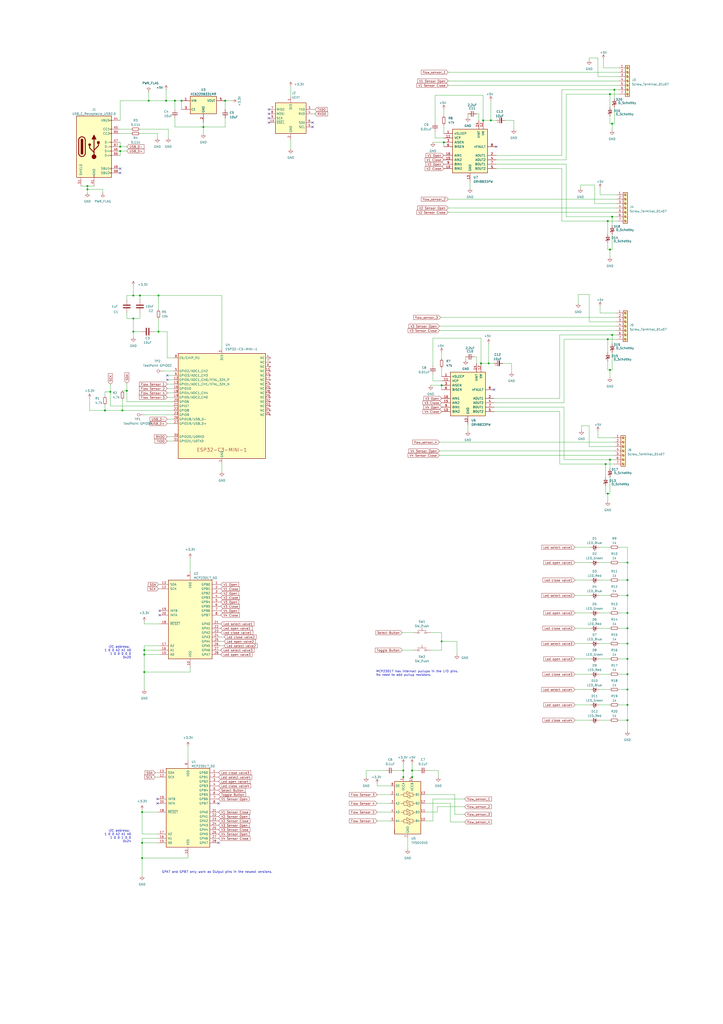
<source format=kicad_sch>
(kicad_sch (version 20230121) (generator eeschema)
  (paper "A2" portrait)
  (title_block (title "Water-Valve 4x Manifold Driver") (date "2023-02-08") (rev "0"))
  (junction (at 353.06 196.85))
  (junction (at 364.49 400.05))
  (junction (at 355.6 125.73))
  (junction (at 353.06 286.385))
  (junction (at 364.49 391.16))
  (junction (at 364.49 408.94))
  (junction (at 364.49 364.49))
  (junction (at 280.67 69.85))
  (junction (at 279.4 210.82))
  (junction (at 364.49 345.44))
  (junction (at 354.33 266.7))
  (junction (at 118.11 73.66))
  (junction (at 101.6 58.42))
  (junction (at 234.315 450.85))
  (junction (at 257.81 82.55))
  (junction (at 82.55 497.84))
  (junction (at 354.33 214.63))
  (junction (at 77.47 192.405))
  (junction (at 130.81 58.42))
  (junction (at 355.6 194.31))
  (junction (at 73.66 226.695))
  (junction (at 364.49 417.83))
  (junction (at 354.33 144.78))
  (junction (at 234.315 447.04))
  (junction (at 256.54 372.11))
  (junction (at 364.49 382.27))
  (junction (at 256.54 223.52))
  (junction (at 105.41 58.42))
  (junction (at 96.52 58.42))
  (junction (at 92.075 192.405))
  (junction (at 239.395 450.85))
  (junction (at 50.8 109.855))
  (junction (at 364.49 373.38))
  (junction (at 77.47 171.45))
  (junction (at 351.79 269.24))
  (junction (at 81.28 171.45))
  (junction (at 364.49 355.6))
  (junction (at 355.6 71.755))
  (junction (at 60.96 238.125))
  (junction (at 69.85 85.09))
  (junction (at 353.06 128.27))
  (junction (at 83.82 389.89))
  (junction (at 239.395 447.04))
  (junction (at 356.87 52.07))
  (junction (at 64.135 227.33))
  (junction (at 82.55 488.95))
  (junction (at 83.82 377.19))
  (junction (at 69.85 87.63))
  (junction (at 83.82 379.73))
  (junction (at 82.55 471.17))
  (junction (at 285.115 69.85))
  (junction (at 92.075 171.45))
  (junction (at 364.49 326.39))
  (junction (at 283.845 210.82))
  (junction (at 77.47 184.785))
  (junction (at 364.49 336.55))
  (junction (at 71.12 238.125))
  (junction (at 86.36 58.42))
  (junction (at 354.33 54.61))
  (junction (at 50.8 107.95))
  (no_connect (at 97.155 217.805))
  (no_connect (at 91.44 466.09))
  (no_connect (at 288.29 85.09))
  (no_connect (at 92.71 354.33))
  (no_connect (at 181.61 73.66))
  (no_connect (at 156.21 68.58))
  (no_connect (at 287.02 226.06))
  (no_connect (at 91.44 463.55))
  (no_connect (at 69.85 100.33))
  (no_connect (at 69.85 97.79))
  (no_connect (at 181.61 71.12))
  (no_connect (at 127 488.95))
  (no_connect (at 156.21 63.5))
  (no_connect (at 97.155 220.345))
  (no_connect (at 92.71 356.87))
  (no_connect (at 156.21 66.04))
  (no_connect (at 127 466.09))
  (no_connect (at 156.21 71.12))
  (wire (pts (xy 77.47 184.785) (xy 81.28 184.785)))
  (wire (pts (xy 334.01 336.55) (xy 342.9 336.55)))
  (wire (pts (xy 354.33 54.61) (xy 359.41 54.61)))
  (wire (pts (xy 265.43 372.11) (xy 265.43 379.73)))
  (wire (pts (xy 60.96 227.33) (xy 64.135 227.33)))
  (wire (pts (xy 271.78 67.945) (xy 271.78 66.04)))
  (wire (pts (xy 101.6 68.58) (xy 101.6 73.66)))
  (wire (pts (xy 92.075 192.405) (xy 97.155 192.405)))
  (wire (pts (xy 327.66 196.85) (xy 353.06 196.85)))
  (wire (pts (xy 283.845 199.39) (xy 283.845 210.82)))
  (wire (pts (xy 97.155 222.885) (xy 100.965 222.885)))
  (wire (pts (xy 226.695 455.93) (xy 219.075 455.93)))
  (wire (pts (xy 355.6 71.755) (xy 355.6 75.565)))
  (wire (pts (xy 347.98 364.49) (xy 354.33 364.49)))
  (wire (pts (xy 364.49 400.05) (xy 364.49 408.94)))
  (wire (pts (xy 83.82 389.89) (xy 83.82 400.05)))
  (wire (pts (xy 283.845 210.82) (xy 279.4 210.82)))
  (wire (pts (xy 287.02 231.14) (xy 325.12 231.14)))
  (wire (pts (xy 60.96 234.95) (xy 60.96 238.125)))
  (wire (pts (xy 251.46 217.17) (xy 251.46 220.98)))
  (wire (pts (xy 71.12 238.125) (xy 100.965 238.125)))
  (wire (pts (xy 354.33 276.86) (xy 354.33 286.385)))
  (wire (pts (xy 334.01 345.44) (xy 342.9 345.44)))
  (wire (pts (xy 347.98 400.05) (xy 354.33 400.05)))
  (wire (pts (xy 181.61 63.5) (xy 182.88 63.5)))
  (wire (pts (xy 118.11 71.12) (xy 118.11 73.66)))
  (wire (pts (xy 270.51 207.01) (xy 270.51 208.915)))
  (wire (pts (xy 359.41 326.39) (xy 364.49 326.39)))
  (wire (pts (xy 364.49 336.55) (xy 364.49 345.44)))
  (wire (pts (xy 364.49 382.27) (xy 364.49 391.16)))
  (wire (pts (xy 92.71 361.95) (xy 83.82 361.95)))
  (wire (pts (xy 234.315 443.23) (xy 234.315 447.04)))
  (wire (pts (xy 345.44 118.11) (xy 358.14 118.11)))
  (wire (pts (xy 334.01 373.38) (xy 342.9 373.38)))
  (wire (pts (xy 110.49 389.89) (xy 110.49 387.35)))
  (wire (pts (xy 354.33 67.31) (xy 354.33 71.755)))
  (wire (pts (xy 118.11 73.66) (xy 118.11 77.47)))
  (wire (pts (xy 353.06 209.55) (xy 353.06 214.63)))
  (wire (pts (xy 69.85 85.09) (xy 73.66 85.09)))
  (wire (pts (xy 355.6 194.31) (xy 358.14 194.31)))
  (wire (pts (xy 69.85 77.47) (xy 76.2 77.47)))
  (wire (pts (xy 46.99 107.95) (xy 50.8 107.95)))
  (wire (pts (xy 342.9 382.27) (xy 334.01 382.27)))
  (wire (pts (xy 69.85 87.63) (xy 69.85 90.17)))
  (wire (pts (xy 59.69 109.855) (xy 50.8 109.855)))
  (wire (pts (xy 250.19 367.03) (xy 256.54 367.03)))
  (wire (pts (xy 82.55 483.87) (xy 91.44 483.87)))
  (wire (pts (xy 347.98 373.38) (xy 354.33 373.38)))
  (wire (pts (xy 359.41 400.05) (xy 364.49 400.05)))
  (wire (pts (xy 52.07 238.125) (xy 60.96 238.125)))
  (wire (pts (xy 81.28 173.99) (xy 81.28 171.45)))
  (wire (pts (xy 82.55 486.41) (xy 82.55 488.95)))
  (wire (pts (xy 95.25 215.265) (xy 100.965 215.265)))
  (wire (pts (xy 255.27 264.16) (xy 356.87 264.16)))
  (wire (pts (xy 239.395 450.85) (xy 239.395 452.12)))
  (wire (pts (xy 82.55 471.17) (xy 91.44 471.17)))
  (wire (pts (xy 77.47 171.45) (xy 73.66 171.45)))
  (wire (pts (xy 219.075 461.01) (xy 226.695 461.01)))
  (wire (pts (xy 73.66 222.25) (xy 73.66 226.695)))
  (wire (pts (xy 364.49 417.83) (xy 364.49 424.18)))
  (wire (pts (xy 328.93 95.25) (xy 328.93 125.73)))
  (wire (pts (xy 77.47 192.405) (xy 77.47 195.58)))
  (wire (pts (xy 77.47 171.45) (xy 81.28 171.45)))
  (wire (pts (xy 356.87 52.07) (xy 356.87 57.15)))
  (wire (pts (xy 60.96 238.125) (xy 71.12 238.125)))
  (wire (pts (xy 261.62 476.885) (xy 269.875 476.885)))
  (wire (pts (xy 256.54 204.47) (xy 256.54 208.28)))
  (wire (pts (xy 347.98 391.16) (xy 354.33 391.16)))
  (wire (pts (xy 130.175 374.65) (xy 128.27 374.65)))
  (wire (pts (xy 130.81 58.42) (xy 134.62 58.42)))
  (wire (pts (xy 334.01 391.16) (xy 342.9 391.16)))
  (wire (pts (xy 92.075 171.45) (xy 92.075 179.705)))
  (wire (pts (xy 97.155 207.645) (xy 97.155 192.405)))
  (wire (pts (xy 364.49 417.83) (xy 359.41 417.83)))
  (wire (pts (xy 83.82 389.89) (xy 110.49 389.89)))
  (wire (pts (xy 128.905 268.605) (xy 128.905 273.685)))
  (wire (pts (xy 81.28 171.45) (xy 92.075 171.45)))
  (wire (pts (xy 101.6 58.42) (xy 105.41 58.42)))
  (wire (pts (xy 283.845 210.82) (xy 287.02 210.82)))
  (wire (pts (xy 83.82 379.73) (xy 92.71 379.73)))
  (wire (pts (xy 92.075 171.45) (xy 128.905 171.45)))
  (wire (pts (xy 73.66 173.99) (xy 73.66 171.45)))
  (wire (pts (xy 355.6 204.47) (xy 355.6 214.63)))
  (wire (pts (xy 233.68 377.19) (xy 240.03 377.19)))
  (wire (pts (xy 89.535 192.405) (xy 92.075 192.405)))
  (wire (pts (xy 355.6 194.31) (xy 355.6 199.39)))
  (wire (pts (xy 342.265 186.69) (xy 342.265 170.815)))
  (wire (pts (xy 297.18 210.82) (xy 297.18 215.9)))
  (wire (pts (xy 77.47 165.735) (xy 77.47 171.45)))
  (wire (pts (xy 86.36 58.42) (xy 96.52 58.42)))
  (wire (pts (xy 82.55 497.84) (xy 109.22 497.84)))
  (wire (pts (xy 252.73 55.245) (xy 252.73 71.12)))
  (wire (pts (xy 348.615 181.61) (xy 358.14 181.61)))
  (wire (pts (xy 354.33 144.78) (xy 354.33 149.225)))
  (wire (pts (xy 287.02 236.22) (xy 327.66 236.22)))
  (wire (pts (xy 287.02 233.68) (xy 327.66 233.68)))
  (wire (pts (xy 354.33 266.7) (xy 356.87 266.7)))
  (wire (pts (xy 250.19 377.19) (xy 256.54 377.19)))
  (wire (pts (xy 261.62 466.09) (xy 261.62 476.885)))
  (wire (pts (xy 59.69 111.76) (xy 59.69 109.855)))
  (wire (pts (xy 326.39 52.07) (xy 356.87 52.07)))
  (wire (pts (xy 356.87 259.08) (xy 342.265 259.08)))
  (wire (pts (xy 233.68 367.03) (xy 240.03 367.03)))
  (wire (pts (xy 342.265 170.815) (xy 335.915 170.815)))
  (wire (pts (xy 256.54 372.11) (xy 256.54 377.19)))
  (wire (pts (xy 101.6 73.66) (xy 118.11 73.66)))
  (wire (pts (xy 364.49 391.16) (xy 364.49 400.05)))
  (wire (pts (xy 239.395 443.23) (xy 239.395 447.04)))
  (wire (pts (xy 359.41 364.49) (xy 364.49 364.49)))
  (wire (pts (xy 293.37 69.85) (xy 298.45 69.85)))
  (wire (pts (xy 255.905 184.15) (xy 358.14 184.15)))
  (wire (pts (xy 347.345 250.19) (xy 347.345 254)))
  (wire (pts (xy 90.17 450.85) (xy 91.44 450.85)))
  (wire (pts (xy 334.01 400.05) (xy 342.9 400.05)))
  (wire (pts (xy 97.155 220.345) (xy 100.965 220.345)))
  (wire (pts (xy 247.015 461.01) (xy 264.16 461.01)))
  (wire (pts (xy 77.47 184.785) (xy 77.47 192.405)))
  (wire (pts (xy 97.155 230.505) (xy 100.965 230.505)))
  (wire (pts (xy 347.98 382.27) (xy 354.33 382.27)))
  (wire (pts (xy 109.22 497.84) (xy 109.22 496.57)))
  (wire (pts (xy 255.27 189.23) (xy 358.14 189.23)))
  (wire (pts (xy 356.87 52.07) (xy 359.41 52.07)))
  (wire (pts (xy 347.345 44.45) (xy 359.41 44.45)))
  (wire (pts (xy 358.14 186.69) (xy 342.265 186.69)))
  (wire (pts (xy 109.22 433.07) (xy 109.22 440.69)))
  (wire (pts (xy 280.67 55.245) (xy 280.67 69.85)))
  (wire (pts (xy 354.33 214.63) (xy 353.06 214.63)))
  (wire (pts (xy 105.41 58.42) (xy 105.41 63.5)))
  (wire (pts (xy 351.79 269.24) (xy 356.87 269.24)))
  (wire (pts (xy 351.79 269.24) (xy 351.79 276.86)))
  (wire (pts (xy 273.05 105.41) (xy 273.05 109.22)))
  (wire (pts (xy 91.44 77.47) (xy 81.28 77.47)))
  (wire (pts (xy 364.49 355.6) (xy 364.49 364.49)))
  (wire (pts (xy 256.54 372.11) (xy 265.43 372.11)))
  (wire (pts (xy 276.86 210.82) (xy 276.86 207.01)))
  (wire (pts (xy 288.29 97.79) (xy 326.39 97.79)))
  (wire (pts (xy 97.155 217.805) (xy 100.965 217.805)))
  (wire (pts (xy 350.52 34.29) (xy 350.52 39.37)))
  (wire (pts (xy 275.59 207.01) (xy 276.86 207.01)))
  (wire (pts (xy 219.075 471.17) (xy 226.695 471.17)))
  (wire (pts (xy 254.635 450.85) (xy 254.635 447.04)))
  (wire (pts (xy 260.35 41.91) (xy 359.41 41.91)))
  (wire (pts (xy 354.33 214.63) (xy 355.6 214.63)))
  (wire (pts (xy 255.27 256.54) (xy 356.87 256.54)))
  (wire (pts (xy 60.96 227.33) (xy 60.96 229.87)))
  (wire (pts (xy 354.33 144.78) (xy 353.06 144.78)))
  (wire (pts (xy 118.11 73.66) (xy 130.81 73.66)))
  (wire (pts (xy 71.12 231.775) (xy 71.12 238.125)))
  (wire (pts (xy 96.52 58.42) (xy 101.6 58.42)))
  (wire (pts (xy 364.49 382.27) (xy 359.41 382.27)))
  (wire (pts (xy 71.12 226.695) (xy 73.66 226.695)))
  (wire (pts (xy 359.41 345.44) (xy 364.49 345.44)))
  (wire (pts (xy 254 471.17) (xy 247.015 471.17)))
  (wire (pts (xy 50.8 109.855) (xy 50.8 107.95)))
  (wire (pts (xy 168.91 81.28) (xy 168.91 86.36)))
  (wire (pts (xy 298.45 69.85) (xy 298.45 74.93)))
  (wire (pts (xy 255.27 261.62) (xy 356.87 261.62)))
  (wire (pts (xy 64.135 227.33) (xy 64.135 235.585)))
  (wire (pts (xy 97.155 243.205) (xy 100.965 243.205)))
  (wire (pts (xy 347.345 33.655) (xy 347.345 44.45)))
  (wire (pts (xy 82.55 471.17) (xy 82.55 483.87)))
  (wire (pts (xy 255.27 191.77) (xy 358.14 191.77)))
  (wire (pts (xy 288.29 92.71) (xy 328.93 92.71)))
  (wire (pts (xy 271.78 246.38) (xy 271.78 250.19)))
  (wire (pts (xy 355.6 125.73) (xy 355.6 130.81)))
  (wire (pts (xy 73.66 233.045) (xy 100.965 233.045)))
  (wire (pts (xy 278.13 66.04) (xy 276.86 66.04)))
  (wire (pts (xy 97.155 227.965) (xy 100.965 227.965)))
  (wire (pts (xy 83.82 377.19) (xy 92.71 377.19)))
  (wire (pts (xy 92.075 341.63) (xy 92.71 341.63)))
  (wire (pts (xy 285.115 58.42) (xy 285.115 69.85)))
  (wire (pts (xy 97.155 245.745) (xy 100.965 245.745)))
  (wire (pts (xy 353.06 286.385) (xy 354.33 286.385)))
  (wire (pts (xy 257.81 63.5) (xy 257.81 67.31)))
  (wire (pts (xy 355.6 71.755) (xy 354.33 71.755)))
  (wire (pts (xy 219.075 455.93) (xy 219.075 454.66)))
  (wire (pts (xy 355.6 125.73) (xy 358.14 125.73)))
  (wire (pts (xy 359.41 408.94) (xy 364.49 408.94)))
  (wire (pts (xy 364.49 373.38) (xy 364.49 382.27)))
  (wire (pts (xy 257.81 80.01) (xy 252.73 80.01)))
  (wire (pts (xy 292.1 210.82) (xy 297.18 210.82)))
  (wire (pts (xy 347.98 345.44) (xy 354.33 345.44)))
  (wire (pts (xy 328.93 125.73) (xy 355.6 125.73)))
  (wire (pts (xy 73.66 226.695) (xy 73.66 233.045)))
  (wire (pts (xy 256.54 213.36) (xy 256.54 218.44)))
  (wire (pts (xy 328.93 54.61) (xy 354.33 54.61)))
  (wire (pts (xy 97.79 74.93) (xy 97.79 80.01)))
  (wire (pts (xy 101.6 58.42) (xy 101.6 63.5)))
  (wire (pts (xy 327.66 233.68) (xy 327.66 196.85)))
  (wire (pts (xy 168.91 50.165) (xy 168.91 55.88)))
  (wire (pts (xy 128.905 171.45) (xy 128.905 202.565)))
  (wire (pts (xy 97.155 253.365) (xy 100.965 253.365)))
  (wire (pts (xy 91.44 486.41) (xy 82.55 486.41)))
  (wire (pts (xy 251.46 463.55) (xy 269.875 463.55)))
  (wire (pts (xy 287.02 238.76) (xy 325.12 238.76)))
  (wire (pts (xy 236.855 486.41) (xy 236.855 492.76)))
  (wire (pts (xy 229.235 447.04) (xy 234.315 447.04)))
  (wire (pts (xy 83.82 377.19) (xy 83.82 379.73)))
  (wire (pts (xy 354.33 54.61) (xy 354.33 62.23)))
  (wire (pts (xy 260.35 115.57) (xy 358.14 115.57)))
  (wire (pts (xy 325.12 231.14) (xy 325.12 194.31)))
  (wire (pts (xy 69.85 58.42) (xy 86.36 58.42)))
  (wire (pts (xy 325.12 238.76) (xy 325.12 269.24)))
  (wire (pts (xy 285.115 69.85) (xy 280.67 69.85)))
  (wire (pts (xy 337.185 107.315) (xy 345.44 107.315)))
  (wire (pts (xy 83.82 379.73) (xy 83.82 389.89)))
  (wire (pts (xy 335.915 170.815) (xy 335.915 175.895)))
  (wire (pts (xy 92.075 339.09) (xy 92.71 339.09)))
  (wire (pts (xy 334.01 355.6) (xy 342.9 355.6)))
  (wire (pts (xy 347.98 417.83) (xy 354.33 417.83)))
  (wire (pts (xy 348.615 113.03) (xy 358.14 113.03)))
  (wire (pts (xy 50.8 107.95) (xy 54.61 107.95)))
  (wire (pts (xy 334.01 364.49) (xy 342.9 364.49)))
  (wire (pts (xy 364.49 326.39) (xy 364.49 336.55)))
  (wire (pts (xy 280.67 55.245) (xy 252.73 55.245)))
  (wire (pts (xy 353.06 196.85) (xy 358.14 196.85)))
  (wire (pts (xy 81.28 74.93) (xy 97.79 74.93)))
  (wire (pts (xy 128.27 369.57) (xy 130.175 369.57)))
  (wire (pts (xy 82.55 488.95) (xy 91.44 488.95)))
  (wire (pts (xy 254.635 447.04) (xy 248.285 447.04)))
  (wire (pts (xy 254 467.995) (xy 254 471.17)))
  (wire (pts (xy 97.155 225.425) (xy 100.965 225.425)))
  (wire (pts (xy 212.725 447.04) (xy 224.155 447.04)))
  (wire (pts (xy 257.81 72.39) (xy 257.81 77.47)))
  (wire (pts (xy 334.01 408.94) (xy 342.9 408.94)))
  (wire (pts (xy 86.36 53.34) (xy 86.36 58.42)))
  (wire (pts (xy 353.06 286.385) (xy 351.79 286.385)))
  (wire (pts (xy 264.16 472.44) (xy 269.875 472.44)))
  (wire (pts (xy 353.06 140.97) (xy 353.06 144.78)))
  (wire (pts (xy 278.13 66.04) (xy 278.13 69.85)))
  (wire (pts (xy 69.85 69.85) (xy 69.85 58.42)))
  (wire (pts (xy 252.73 76.2) (xy 252.73 80.01)))
  (wire (pts (xy 347.345 254) (xy 356.87 254)))
  (wire (pts (xy 97.155 255.905) (xy 100.965 255.905)))
  (wire (pts (xy 364.49 408.94) (xy 364.49 417.83)))
  (wire (pts (xy 260.35 120.65) (xy 358.14 120.65)))
  (wire (pts (xy 256.54 372.11) (xy 256.54 367.03)))
  (wire (pts (xy 128.27 372.11) (xy 130.175 372.11)))
  (wire (pts (xy 354.33 214.63) (xy 354.33 219.075)))
  (wire (pts (xy 260.35 46.99) (xy 359.41 46.99)))
  (wire (pts (xy 219.075 466.09) (xy 226.695 466.09)))
  (wire (pts (xy 82.55 497.84) (xy 82.55 508)))
  (wire (pts (xy 348.615 109.22) (xy 348.615 113.03)))
  (wire (pts (xy 250.19 223.52) (xy 256.54 223.52)))
  (wire (pts (xy 260.35 49.53) (xy 359.41 49.53)))
  (wire (pts (xy 327.66 236.22) (xy 327.66 266.7)))
  (wire (pts (xy 256.54 220.98) (xy 251.46 220.98)))
  (wire (pts (xy 256.54 223.52) (xy 256.54 226.06)))
  (wire (pts (xy 355.6 71.755) (xy 356.87 71.755)))
  (wire (pts (xy 239.395 447.04) (xy 239.395 450.85)))
  (wire (pts (xy 337.185 107.315) (xy 337.185 109.22)))
  (wire (pts (xy 345.44 107.315) (xy 345.44 118.11)))
  (wire (pts (xy 334.01 317.5) (xy 342.9 317.5)))
  (wire (pts (xy 73.66 181.61) (xy 73.66 184.785)))
  (wire (pts (xy 347.98 355.6) (xy 354.33 355.6)))
  (wire (pts (xy 348.615 177.8) (xy 348.615 181.61)))
  (wire (pts (xy 334.01 326.39) (xy 342.9 326.39)))
  (wire (pts (xy 350.52 39.37) (xy 359.41 39.37)))
  (wire (pts (xy 64.135 235.585) (xy 100.965 235.585)))
  (wire (pts (xy 342.265 259.08) (xy 342.265 247.015)))
  (wire (pts (xy 69.85 87.63) (xy 73.66 87.63)))
  (wire (pts (xy 325.12 269.24) (xy 351.79 269.24)))
  (wire (pts (xy 254 467.995) (xy 269.875 467.995)))
  (wire (pts (xy 264.16 461.01) (xy 264.16 472.44)))
  (wire (pts (xy 82.55 469.9) (xy 82.55 471.17)))
  (wire (pts (xy 64.135 222.885) (xy 64.135 227.33)))
  (wire (pts (xy 354.33 266.7) (xy 354.33 271.78)))
  (wire (pts (xy 247.015 466.09) (xy 261.62 466.09)))
  (wire (pts (xy 347.98 326.39) (xy 354.33 326.39)))
  (wire (pts (xy 356.87 62.23) (xy 356.87 71.755)))
  (wire (pts (xy 110.49 323.85) (xy 110.49 331.47)))
  (wire (pts (xy 326.39 97.79) (xy 326.39 128.27)))
  (wire (pts (xy 91.44 80.01) (xy 91.44 77.47)))
  (wire (pts (xy 100.965 207.645) (xy 97.155 207.645)))
  (wire (pts (xy 52.07 231.14) (xy 52.07 238.125)))
  (wire (pts (xy 359.41 355.6) (xy 364.49 355.6)))
  (wire (pts (xy 285.115 69.85) (xy 288.29 69.85)))
  (wire (pts (xy 69.85 82.55) (xy 69.85 85.09)))
  (wire (pts (xy 364.49 364.49) (xy 364.49 373.38)))
  (wire (pts (xy 347.98 408.94) (xy 354.33 408.94)))
  (wire (pts (xy 288.29 90.17) (xy 326.39 90.17)))
  (wire (pts (xy 353.06 128.27) (xy 358.14 128.27)))
  (wire (pts (xy 251.46 196.215) (xy 251.46 212.09)))
  (wire (pts (xy 239.395 447.04) (xy 243.205 447.04)))
  (wire (pts (xy 73.66 184.785) (xy 77.47 184.785)))
  (wire (pts (xy 288.29 95.25) (xy 328.93 95.25)))
  (wire (pts (xy 354.33 144.78) (xy 355.6 144.78)))
  (wire (pts (xy 130.81 68.58) (xy 130.81 73.66)))
  (wire (pts (xy 342.265 33.655) (xy 342.265 34.925)))
  (wire (pts (xy 77.47 192.405) (xy 81.915 192.405)))
  (wire (pts (xy 219.075 476.25) (xy 226.695 476.25)))
  (wire (pts (xy 50.8 111.76) (xy 50.8 109.855)))
  (wire (pts (xy 353.06 128.27) (xy 353.06 135.89)))
  (wire (pts (xy 83.82 361.95) (xy 83.82 360.68)))
  (wire (pts (xy 251.46 82.55) (xy 257.81 82.55)))
  (wire (pts (xy 83.82 240.665) (xy 100.965 240.665)))
  (wire (pts (xy 212.725 447.04) (xy 212.725 450.85)))
  (wire (pts (xy 82.55 488.95) (xy 82.55 497.84)))
  (wire (pts (xy 353.06 196.85) (xy 353.06 204.47)))
  (wire (pts (xy 81.28 181.61) (xy 81.28 184.785)))
  (wire (pts (xy 96.52 52.07) (xy 96.52 58.42)))
  (wire (pts (xy 181.61 66.04) (xy 182.88 66.04)))
  (wire (pts (xy 353.06 286.385) (xy 353.06 290.83)))
  (wire (pts (xy 327.66 266.7) (xy 354.33 266.7)))
  (wire (pts (xy 364.49 317.5) (xy 364.49 326.39)))
  (wire (pts (xy 83.82 374.65) (xy 92.71 374.65)))
  (wire (pts (xy 351.79 281.94) (xy 351.79 286.385)))
  (wire (pts (xy 347.98 336.55) (xy 354.33 336.55)))
  (wire (pts (xy 251.46 476.25) (xy 247.015 476.25)))
  (wire (pts (xy 325.12 194.31) (xy 355.6 194.31)))
  (wire (pts (xy 328.93 92.71) (xy 328.93 54.61)))
  (wire (pts (xy 90.17 448.31) (xy 91.44 448.31)))
  (wire (pts (xy 69.85 74.93) (xy 76.2 74.93)))
  (wire (pts (xy 334.01 417.83) (xy 342.9 417.83)))
  (wire (pts (xy 337.82 247.015) (xy 337.82 249.555)))
  (wire (pts (xy 359.41 391.16) (xy 364.49 391.16)))
  (wire (pts (xy 234.315 447.04) (xy 234.315 450.85)))
  (wire (pts (xy 342.265 33.655) (xy 347.345 33.655)))
  (wire (pts (xy 130.81 58.42) (xy 130.81 63.5)))
  (wire (pts (xy 92.075 184.785) (xy 92.075 192.405)))
  (wire (pts (xy 359.41 373.38) (xy 364.49 373.38)))
  (wire (pts (xy 279.4 196.215) (xy 279.4 210.82)))
  (wire (pts (xy 364.49 345.44) (xy 364.49 355.6)))
  (wire (pts (xy 279.4 196.215) (xy 251.46 196.215)))
  (wire (pts (xy 359.41 317.5) (xy 364.49 317.5)))
  (wire (pts (xy 326.39 90.17) (xy 326.39 52.07)))
  (wire (pts (xy 342.265 247.015) (xy 337.82 247.015)))
  (wire (pts (xy 355.6 135.89) (xy 355.6 144.78)))
  (wire (pts (xy 257.81 82.55) (xy 257.81 85.09)))
  (wire (pts (xy 347.98 317.5) (xy 354.33 317.5)))
  (wire (pts (xy 359.41 336.55) (xy 364.49 336.55)))
  (wire (pts (xy 83.82 374.65) (xy 83.82 377.19)))
  (wire (pts (xy 234.315 450.85) (xy 234.315 452.12)))
  (wire (pts (xy 251.46 463.55) (xy 251.46 476.25)))
  (wire (pts (xy 260.35 123.19) (xy 358.14 123.19)))
  (wire (pts (xy 326.39 128.27) (xy 353.06 128.27)))
  (text "GPA7 and GPB7 only work as Output pins in the newest versions. " (at 93.98 506.73 0) (effects (font (size 1.27 1.27)) (justify left bottom)))
  (text "I2C address: \n1 0 0 A2 A1 A0\n1 0 0 0 0 0\n0x20" (at 76.2 382.27 0) (effects (font (size 1.27 1.27)) (justify right bottom)))
  (text "I2C address: \n1 0 0 A2 A1 A0\n1 0 0 1 0 0\n0x24\n" (at 76.2 488.95 0) (effects (font (size 1.27 1.27)) (justify right bottom)))
  (text "MCP23017 has internall pullups in the I/O pins.\nNo need to add pullup resistors." (at 218.44 392.43 0) (effects (font (size 1.27 1.27)) (justify left bottom)))
  (global_label "SDA" (shape input) (at 92.075 339.09 180) (property "Intersheetrefs" "${INTERSHEET_REFS}" (effects hide)))
  (global_label "Led close valve1" (shape input) (at 128.27 367.03 0) (property "Intersheetrefs" "${INTERSHEET_REFS}" (effects hide)))
  (global_label "Led open valve3" (shape input) (at 128.27 379.73 0) (property "Intersheetrefs" "${INTERSHEET_REFS}" (effects hide)))
  (global_label "Flow Sensor 4" (shape input) (at 219.075 466.09 180) (property "Intersheetrefs" "${INTERSHEET_REFS}" (effects hide)))
  (global_label "Led close valve3" (shape input) (at 127 448.31 0) (property "Intersheetrefs" "${INTERSHEET_REFS}" (effects hide)))
  (global_label "USB_D+" (shape input) (at 73.66 87.63 0) (property "Intersheetrefs" "${INTERSHEET_REFS}" (effects hide)))
  (global_label "V2 Sensor Close" (shape input) (at 260.35 123.19 180) (property "Intersheetrefs" "${INTERSHEET_REFS}" (effects hide)))
  (global_label "V2 Sensor Open" (shape input) (at 260.35 120.65 180) (property "Intersheetrefs" "${INTERSHEET_REFS}" (effects hide)))
  (global_label "Flow Sensor 2" (shape input) (at 97.155 225.425 180) (property "Intersheetrefs" "${INTERSHEET_REFS}" (effects hide)))
  (global_label "V4 Open" (shape input) (at 256.54 236.22 180) (property "Intersheetrefs" "${INTERSHEET_REFS}" (effects hide)))
  (global_label "Flow Sensor 2" (shape input) (at 219.075 471.17 180) (property "Intersheetrefs" "${INTERSHEET_REFS}" (effects hide)))
  (global_label "V4 Open" (shape input) (at 128.27 354.33 0) (property "Intersheetrefs" "${INTERSHEET_REFS}" (effects hide)))
  (global_label "Toggle Button" (shape input) (at 233.68 377.19 180) (property "Intersheetrefs" "${INTERSHEET_REFS}" (effects hide)))
  (global_label "flow_sensor_2" (shape input) (at 260.35 115.57 180) (property "Intersheetrefs" "${INTERSHEET_REFS}" (effects hide)))
  (global_label "Led close valve3" (shape input) (at 334.01 391.16 180) (property "Intersheetrefs" "${INTERSHEET_REFS}" (effects hide)))
  (global_label "Led close valve1" (shape input) (at 334.01 336.55 180) (property "Intersheetrefs" "${INTERSHEET_REFS}" (effects hide)))
  (global_label "Led select valve4" (shape input) (at 334.01 400.05 180) (property "Intersheetrefs" "${INTERSHEET_REFS}" (effects hide)))
  (global_label "SCK" (shape input) (at 92.075 341.63 180) (property "Intersheetrefs" "${INTERSHEET_REFS}" (effects hide)))
  (global_label "USB_D-" (shape input) (at 73.66 85.09 0) (property "Intersheetrefs" "${INTERSHEET_REFS}" (effects hide)))
  (global_label "V4 Sensor Close" (shape input) (at 255.27 264.16 180) (property "Intersheetrefs" "${INTERSHEET_REFS}" (effects hide)))
  (global_label "V3 Close" (shape input) (at 256.54 233.68 180) (property "Intersheetrefs" "${INTERSHEET_REFS}" (effects hide)))
  (global_label "V2 Sensor Close" (shape input) (at 127 476.25 0) (property "Intersheetrefs" "${INTERSHEET_REFS}" (effects hide)))
  (global_label "flow_sensor_4" (shape input) (at 255.27 256.54 180) (property "Intersheetrefs" "${INTERSHEET_REFS}" (effects hide)))
  (global_label "Flow Sensor 1" (shape input) (at 97.155 222.885 180) (property "Intersheetrefs" "${INTERSHEET_REFS}" (effects hide)))
  (global_label "V4 Close" (shape input) (at 256.54 238.76 180) (property "Intersheetrefs" "${INTERSHEET_REFS}" (effects hide)))
  (global_label "V1 Sensor Close" (shape input) (at 127 471.17 0) (property "Intersheetrefs" "${INTERSHEET_REFS}" (effects hide)))
  (global_label "V3 Open" (shape input) (at 128.27 349.25 0) (property "Intersheetrefs" "${INTERSHEET_REFS}" (effects hide)))
  (global_label "Led open valve1" (shape input) (at 334.01 326.39 180) (property "Intersheetrefs" "${INTERSHEET_REFS}" (effects hide)))
  (global_label "Led close valve2" (shape input) (at 334.01 364.49 180) (property "Intersheetrefs" "${INTERSHEET_REFS}" (effects hide)))
  (global_label "flow_sensor_1" (shape input) (at 260.35 41.91 180) (property "Intersheetrefs" "${INTERSHEET_REFS}" (effects hide)))
  (global_label "V2 Close" (shape input) (at 257.81 97.79 180) (property "Intersheetrefs" "${INTERSHEET_REFS}" (effects hide)))
  (global_label "TXDO" (shape input) (at 97.155 255.905 180) (property "Intersheetrefs" "${INTERSHEET_REFS}" (effects hide)))
  (global_label "Led select valve4" (shape input) (at 127 450.85 0) (property "Intersheetrefs" "${INTERSHEET_REFS}" (effects hide)))
  (global_label "V3 Sensor Close" (shape input) (at 255.27 191.77 180) (property "Intersheetrefs" "${INTERSHEET_REFS}" (effects hide)))
  (global_label "V3 Sensor Open" (shape input) (at 127 478.79 0) (property "Intersheetrefs" "${INTERSHEET_REFS}" (effects hide)))
  (global_label "V3 Sensor Open" (shape input) (at 255.27 189.23 180) (property "Intersheetrefs" "${INTERSHEET_REFS}" (effects hide)))
  (global_label "Led select valve1" (shape input) (at 334.01 317.5 180) (property "Intersheetrefs" "${INTERSHEET_REFS}" (effects hide)))
  (global_label "Flow Sensor 1" (shape input) (at 219.075 476.25 180) (property "Intersheetrefs" "${INTERSHEET_REFS}" (effects hide)))
  (global_label "Led select valve2" (shape input) (at 130.175 374.65 0) (property "Intersheetrefs" "${INTERSHEET_REFS}" (effects hide)))
  (global_label "Led open valve2" (shape input) (at 130.175 372.11 0) (property "Intersheetrefs" "${INTERSHEET_REFS}" (effects hide)))
  (global_label "Led close valve4" (shape input) (at 334.01 417.83 180) (property "Intersheetrefs" "${INTERSHEET_REFS}" (effects hide)))
  (global_label "V4 Close" (shape input) (at 128.27 356.87 0) (property "Intersheetrefs" "${INTERSHEET_REFS}" (effects hide)))
  (global_label "Led close valve2" (shape input) (at 130.175 369.57 0) (property "Intersheetrefs" "${INTERSHEET_REFS}" (effects hide)))
  (global_label "flow_sensor_1" (shape input) (at 269.875 463.55 0) (property "Intersheetrefs" "${INTERSHEET_REFS}" (effects hide)))
  (global_label "SDA" (shape input) (at 90.17 448.31 180) (property "Intersheetrefs" "${INTERSHEET_REFS}" (effects hide)))
  (global_label "Flow Sensor 3" (shape input) (at 97.155 230.505 180) (property "Intersheetrefs" "${INTERSHEET_REFS}" (effects hide)))
  (global_label "SCK" (shape input) (at 64.135 222.885 90) (property "Intersheetrefs" "${INTERSHEET_REFS}" (effects hide)))
  (global_label "RXDO" (shape input) (at 182.88 66.04 0) (property "Intersheetrefs" "${INTERSHEET_REFS}" (effects hide)))
  (global_label "V4 Sensor Close" (shape input) (at 127 486.41 0) (property "Intersheetrefs" "${INTERSHEET_REFS}" (effects hide)))
  (global_label "V2 Open" (shape input) (at 128.27 344.17 0) (property "Intersheetrefs" "${INTERSHEET_REFS}" (effects hide)))
  (global_label "Led select valve1" (shape input) (at 128.27 361.95 0) (property "Intersheetrefs" "${INTERSHEET_REFS}" (effects hide)))
  (global_label "V3 Sensor Close" (shape input) (at 127 481.33 0) (property "Intersheetrefs" "${INTERSHEET_REFS}" (effects hide)))
  (global_label "Select Button" (shape input) (at 233.68 367.03 180) (property "Intersheetrefs" "${INTERSHEET_REFS}" (effects hide)))
  (global_label "V2 Close" (shape input) (at 128.27 346.71 0) (property "Intersheetrefs" "${INTERSHEET_REFS}" (effects hide)))
  (global_label "V1 Sensor Open" (shape input) (at 127 463.55 0) (property "Intersheetrefs" "${INTERSHEET_REFS}" (effects hide)))
  (global_label "V1 Open" (shape input) (at 257.81 90.17 180) (property "Intersheetrefs" "${INTERSHEET_REFS}" (effects hide)))
  (global_label "Led open valve4" (shape input) (at 127 453.39 0) (property "Intersheetrefs" "${INTERSHEET_REFS}" (effects hide)))
  (global_label "USB_D-" (shape input) (at 97.155 243.205 180) (property "Intersheetrefs" "${INTERSHEET_REFS}" (effects hide)))
  (global_label "V1 Sensor Close" (shape input) (at 260.35 49.53 180) (property "Intersheetrefs" "${INTERSHEET_REFS}" (effects hide)))
  (global_label "RXDO" (shape input) (at 97.155 253.365 180) (property "Intersheetrefs" "${INTERSHEET_REFS}" (effects hide)))
  (global_label "Flow Sensor 3" (shape input) (at 219.075 461.01 180) (property "Intersheetrefs" "${INTERSHEET_REFS}" (effects hide)))
  (global_label "SCK" (shape input) (at 90.17 450.85 180) (property "Intersheetrefs" "${INTERSHEET_REFS}" (effects hide)))
  (global_label "V3 Open" (shape input) (at 256.54 231.14 180) (property "Intersheetrefs" "${INTERSHEET_REFS}" (effects hide)))
  (global_label "V1 Sensor Open" (shape input) (at 260.35 46.99 180) (property "Intersheetrefs" "${INTERSHEET_REFS}" (effects hide)))
  (global_label "V4 Sensor Open" (shape input) (at 127 483.87 0) (property "Intersheetrefs" "${INTERSHEET_REFS}" (effects hide)))
  (global_label "USB_D+" (shape input) (at 97.155 245.745 180) (property "Intersheetrefs" "${INTERSHEET_REFS}" (effects hide)))
  (global_label "Led close valve4" (shape input) (at 127 455.93 0) (property "Intersheetrefs" "${INTERSHEET_REFS}" (effects hide)))
  (global_label "Led open valve3" (shape input) (at 334.01 382.27 180) (property "Intersheetrefs" "${INTERSHEET_REFS}" (effects hide)))
  (global_label "V1 Close" (shape input) (at 257.81 92.71 180) (property "Intersheetrefs" "${INTERSHEET_REFS}" (effects hide)))
  (global_label "Led open valve1" (shape input) (at 128.27 364.49 0) (property "Intersheetrefs" "${INTERSHEET_REFS}" (effects hide)))
  (global_label "Led select valve3" (shape input) (at 334.01 373.38 180) (property "Intersheetrefs" "${INTERSHEET_REFS}" (effects hide)))
  (global_label "SDA" (shape input) (at 73.66 222.25 90) (property "Intersheetrefs" "${INTERSHEET_REFS}" (effects hide)))
  (global_label "Led select valve3" (shape input) (at 128.27 377.19 0) (property "Intersheetrefs" "${INTERSHEET_REFS}" (effects hide)))
  (global_label "flow_sensor_3" (shape input) (at 269.875 472.44 0) (property "Intersheetrefs" "${INTERSHEET_REFS}" (effects hide)))
  (global_label "Select Button" (shape input) (at 127 458.47 0) (property "Intersheetrefs" "${INTERSHEET_REFS}" (effects hide)))
  (global_label "flow_sensor_3" (shape input) (at 255.905 184.15 180) (property "Intersheetrefs" "${INTERSHEET_REFS}" (effects hide)))
  (global_label "TXDO" (shape input) (at 182.88 63.5 0) (property "Intersheetrefs" "${INTERSHEET_REFS}" (effects hide)))
  (global_label "Toggle Button" (shape input) (at 127 461.01 0) (property "Intersheetrefs" "${INTERSHEET_REFS}" (effects hide)))
  (global_label "V4 Sensor Open" (shape input) (at 255.27 261.62 180) (property "Intersheetrefs" "${INTERSHEET_REFS}" (effects hide)))
  (global_label "flow_sensor_4" (shape input) (at 269.875 476.885 0) (property "Intersheetrefs" "${INTERSHEET_REFS}" (effects hide)))
  (global_label "Led open valve2" (shape input) (at 334.01 355.6 180) (property "Intersheetrefs" "${INTERSHEET_REFS}" (effects hide)))
  (global_label "V1 Close" (shape input) (at 128.27 341.63 0) (property "Intersheetrefs" "${INTERSHEET_REFS}" (effects hide)))
  (global_label "Flow Sensor 4" (shape input) (at 97.155 227.965 180) (property "Intersheetrefs" "${INTERSHEET_REFS}" (effects hide)))
  (global_label "Led open valve4" (shape input) (at 334.01 408.94 180) (property "Intersheetrefs" "${INTERSHEET_REFS}" (effects hide)))
  (global_label "V3 Close" (shape input) (at 128.27 351.79 0) (property "Intersheetrefs" "${INTERSHEET_REFS}" (effects hide)))
  (global_label "V1 Open" (shape input) (at 128.27 339.09 0) (property "Intersheetrefs" "${INTERSHEET_REFS}" (effects hide)))
  (global_label "V2 Open" (shape input) (at 257.81 95.25 180) (property "Intersheetrefs" "${INTERSHEET_REFS}" (effects hide)))
  (global_label "V2 Sensor Open" (shape input) (at 127 473.71 0) (property "Intersheetrefs" "${INTERSHEET_REFS}" (effects hide)))
  (global_label "Led select valve2" (shape input) (at 334.01 345.44 180) (property "Intersheetrefs" "${INTERSHEET_REFS}" (effects hide)))
  (global_label "flow_sensor_2" (shape input) (at 269.875 467.995 0) (property "Intersheetrefs" "${INTERSHEET_REFS}" (effects hide)))
  (symbol (lib_id "Device:LED_Small") (at 345.44 408.94 180) (unit 1)
    (property "Reference" "D11" (at 345.3765 403.86 0))
    (property "Value" "LED_Green" (at 345.3765 406.4 0))
    (property "Footprint" "LED_SMD:LED_1206_3216Metric" (effects hide))
  )
  (symbol (lib_id "power:GND") (at 271.78 67.945 0) (unit 1)
    (property "Reference" "#PWR030" (effects hide))
    (property "Value" "GND" (at 271.78 73.025 0))
  )
  (symbol (lib_id "power:GND") (at 273.05 109.22 0) (unit 1)
    (property "Reference" "#PWR032" (effects hide))
    (property "Value" "GND" (at 273.05 114.3 0))
  )
  (symbol (lib_id "Device:R_Small") (at 356.87 317.5 90) (unit 1)
    (property "Reference" "R9" (at 356.87 312.42 90))
    (property "Value" "1k" (at 356.87 314.96 90))
    (property "Footprint" "Resistor_SMD:R_0603_1608Metric" (effects hide))
  )
  (symbol (lib_id "Connector:UEXT_Host") (at 168.91 68.58 0) (mirror y) (unit 1)
    (property "Reference" "J2" (at 169.4306 53.975 0) (effects (justify right)))
    (property "Value" "UEXT" (at 169.4306 56.515 0) (effects (justify right)))
    (property "Footprint" "Connector_JST:JST_EH_S4B-EH_1x04_P2.50mm_Horizontal" (effects hide))
    (property "Datasheet" "https://www.olimex.com/Products/Modules/UEXT/resources/UEXT_rev_B.pdf" (effects hide))
  )
  (symbol (lib_id "power:+5V") (at 257.81 63.5 0) (unit 1)
    (property "Reference" "#PWR027" (effects hide))
    (property "Value" "+5V" (at 257.175 59.69 0))
  )
  (symbol (lib_id "power:GND") (at 354.33 219.075 0) (unit 1)
    (property "Reference" "#PWR043" (effects hide))
    (property "Value" "GND" (at 354.33 224.155 0))
  )
  (symbol (lib_id "power:+5V") (at 285.115 58.42 0) (unit 1)
    (property "Reference" "#PWR034" (effects hide))
    (property "Value" "+5V" (at 284.48 54.61 0))
  )
  (symbol (lib_id "Device:LED_Small") (at 345.44 355.6 180) (unit 1)
    (property "Reference" "D5" (at 345.3765 350.52 0))
    (property "Value" "LED_Green" (at 345.3765 353.06 0))
    (property "Footprint" "LED_SMD:LED_1206_3216Metric" (effects hide))
  )
  (symbol (lib_id "power:GND") (at 254.635 450.85 0) (unit 1)
    (property "Reference" "#PWR025" (effects hide))
    (property "Value" "GND" (at 254.635 455.93 0))
  )
  (symbol (lib_id "power:PWR_FLAG") (at 59.69 111.76 180) (unit 1)
    (property "Reference" "#FLG01" (effects hide))
    (property "Value" "PWR_FLAG" (at 59.69 116.84 0))
  )
  (symbol (lib_id "Device:C_Small") (at 273.05 207.01 270) (unit 1)
    (property "Reference" "C10" (at 273.05 203.835 90))
    (property "Value" "2.2uF" (at 273.05 201.93 90))
    (property "Footprint" "Capacitor_SMD:C_0603_1608Metric" (effects hide))
  )
  (symbol (lib_id "Device:R_Small") (at 92.075 182.245 0) (unit 1)
    (property "Reference" "R5" (at 93.98 180.9749 0) (effects (justify left)))
    (property "Value" "10k" (at 93.98 183.5149 0) (effects (justify left)))
    (property "Footprint" "Resistor_SMD:R_0603_1608Metric" (effects hide))
  )
  (symbol (lib_id "power:GND") (at 251.46 82.55 0) (unit 1)
    (property "Reference" "#PWR024" (effects hide))
    (property "Value" "GND" (at 251.46 87.63 0))
  )
  (symbol (lib_id "Device:LED_Small") (at 345.44 391.16 180) (unit 1)
    (property "Reference" "D9" (at 345.3765 386.08 0))
    (property "Value" "LED_Red" (at 345.3765 388.62 0))
    (property "Footprint" "LED_SMD:LED_1206_3216Metric" (effects hide))
  )
  (symbol (lib_id "Connector:Screw_Terminal_01x07") (at 363.22 189.23 0) (unit 1)
    (property "Reference" "J5" (at 365.76 188.595 0) (effects (justify left)))
    (property "Value" "Screw_Terminal_01x07" (at 365.76 191.135 0) (effects (justify left)))
    (property "Footprint" "TerminalBlock_Phoenix:TerminalBlock_Phoenix_MKDS-1,5-7-5.08_1x07_P5.08mm_Horizontal" (effects hide))
  )
  (symbol (lib_id "power:GND") (at 337.82 249.555 0) (unit 1)
    (property "Reference" "#PWR046" (effects hide))
    (property "Value" "GND" (at 337.82 254.635 0))
  )
  (symbol (lib_id "Device:LED_Small") (at 345.44 400.05 180) (unit 1)
    (property "Reference" "D10" (at 345.3765 394.97 0))
    (property "Value" "LED_Blue" (at 345.3765 397.51 0))
    (property "Footprint" "LED_SMD:LED_1206_3216Metric" (effects hide))
  )
  (symbol (lib_id "Driver_Motor:DRV8833PW") (at 271.78 228.6 0) (unit 1)
    (property "Reference" "U6" (at 273.7359 243.84 0) (effects (justify left)))
    (property "Value" "DRV8833PW" (at 273.7359 246.38 0) (effects (justify left)))
    (property "Footprint" "Package_SO:TSSOP-16_4.4x5mm_P0.65mm" (effects hide))
    (property "Datasheet" "http://www.ti.com/lit/ds/symlink/drv8833.pdf" (effects hide))
  )
  (symbol (lib_id "Device:R_Small") (at 356.87 382.27 90) (unit 1)
    (property "Reference" "R16" (at 356.87 377.19 90))
    (property "Value" "1k" (at 356.87 379.73 90))
    (property "Footprint" "Resistor_SMD:R_0603_1608Metric" (effects hide))
  )
  (symbol (lib_id "power:GND") (at 337.185 109.22 0) (unit 1)
    (property "Reference" "#PWR047" (effects hide))
    (property "Value" "GND" (at 337.185 114.3 0))
  )
  (symbol (lib_id "Device:C_Polarized_Small") (at 289.56 210.82 90) (unit 1)
    (property "Reference" "C12" (at 289.0139 205.74 90))
    (property "Value" "10uF" (at 289.0139 208.28 90))
    (property "Footprint" "Capacitor_SMD:C_0603_1608Metric" (effects hide))
  )
  (symbol (lib_id "Device:LED_Small") (at 345.44 317.5 180) (unit 1)
    (property "Reference" "D1" (at 345.3765 312.42 0))
    (property "Value" "LED_Blue" (at 345.3765 314.96 0))
    (property "Footprint" "LED_SMD:LED_1206_3216Metric" (effects hide))
  )
  (symbol (lib_id "Connector:TestPoint") (at 95.25 215.265 90) (unit 1)
    (property "Reference" "TP2" (at 91.44 209.55 90))
    (property "Value" "TestPoint GPIO02" (at 91.44 212.09 90))
    (property "Footprint" "TestPoint:TestPoint_Pad_D2.0mm" (effects hide))
  )
  (symbol (lib_id "Device:R_Small") (at 356.87 408.94 90) (unit 1)
    (property "Reference" "R19" (at 356.87 403.86 90))
    (property "Value" "1k" (at 356.87 406.4 90))
    (property "Footprint" "Resistor_SMD:R_0603_1608Metric" (effects hide))
  )
  (symbol (lib_id "power:GND") (at 77.47 195.58 0) (unit 1)
    (property "Reference" "#PWR04" (effects hide))
    (property "Value" "GND" (at 77.47 200.66 0))
  )
  (symbol (lib_id "power:GND") (at 83.82 400.05 0) (unit 1)
    (property "Reference" "#PWR08" (effects hide))
    (property "Value" "GND" (at 83.82 405.13 0))
  )
  (symbol (lib_id "power:GND") (at 250.19 223.52 0) (unit 1)
    (property "Reference" "#PWR023" (effects hide))
    (property "Value" "GND" (at 250.19 228.6 0))
  )
  (symbol (lib_id "power:GND") (at 354.33 149.225 0) (unit 1)
    (property "Reference" "#PWR042" (effects hide))
    (property "Value" "GND" (at 354.33 154.305 0))
  )
  (symbol (lib_id "Device:D_Schottky_Small") (at 353.06 207.01 90) (unit 1)
    (property "Reference" "D15" (at 359.1326 206.5308 90) (effects (justify left)))
    (property "Value" "D_Schottky" (at 366.8938 208.4558 90) (effects (justify left)))
    (property "Footprint" "Diode_SMD:D_0603_1608Metric" (effects hide))
  )
  (symbol (lib_id "Device:R_Small") (at 356.87 345.44 90) (unit 1)
    (property "Reference" "R12" (at 356.87 340.36 90))
    (property "Value" "1k" (at 356.87 342.9 90))
    (property "Footprint" "Resistor_SMD:R_0603_1608Metric" (effects hide))
  )
  (symbol (lib_id "power:+3.3V") (at 134.62 58.42 270) (unit 1)
    (property "Reference" "#PWR016" (effects hide))
    (property "Value" "+3.3V" (at 139.065 61.595 0) (effects (justify right)))
  )
  (symbol (lib_id "power:GND") (at 335.915 175.895 0) (unit 1)
    (property "Reference" "#PWR048" (effects hide))
    (property "Value" "GND" (at 335.915 180.975 0))
  )
  (symbol (lib_id "power:GND") (at 97.79 80.01 0) (unit 1)
    (property "Reference" "#PWR011" (effects hide))
    (property "Value" "GND" (at 97.79 85.09 0))
  )
  (symbol (lib_id "power:+3.3V") (at 77.47 165.735 0) (unit 1)
    (property "Reference" "#PWR03" (effects hide))
    (property "Value" "+3.3V" (at 80.01 165.1 0) (effects (justify left)))
  )
  (symbol (lib_id "Driver_Motor:DRV8833PW") (at 273.05 87.63 0) (unit 1)
    (property "Reference" "U7" (at 275.0059 102.87 0) (effects (justify left)))
    (property "Value" "DRV8833PW" (at 275.0059 105.41 0) (effects (justify left)))
    (property "Footprint" "Package_SO:TSSOP-16_4.4x5mm_P0.65mm" (effects hide))
    (property "Datasheet" "http://www.ti.com/lit/ds/symlink/drv8833.pdf" (effects hide))
  )
  (symbol (lib_id "power:GND") (at 212.725 450.85 0) (unit 1)
    (property "Reference" "#PWR019" (effects hide))
    (property "Value" "GND" (at 212.725 455.93 0))
  )
  (symbol (lib_id "Connector:Screw_Terminal_01x07") (at 363.22 120.65 0) (unit 1)
    (property "Reference" "J4" (at 365.76 120.015 0) (effects (justify left)))
    (property "Value" "Screw_Terminal_01x07" (at 365.76 122.555 0) (effects (justify left)))
    (property "Footprint" "TerminalBlock_Phoenix:TerminalBlock_Phoenix_MKDS-1,5-7-5.08_1x07_P5.08mm_Horizontal" (effects hide))
  )
  (symbol (lib_id "power:+3.3V") (at 168.91 50.165 0) (unit 1)
    (property "Reference" "#PWR017" (effects hide))
    (property "Value" "+3.3V" (at 170.815 48.8949 0) (effects (justify left)))
  )
  (symbol (lib_id "Connector:Screw_Terminal_01x07") (at 364.49 46.99 0) (unit 1)
    (property "Reference" "J3" (at 367.03 46.355 0) (effects (justify left)))
    (property "Value" "Screw_Terminal_01x07" (at 367.03 48.895 0) (effects (justify left)))
    (property "Footprint" "TerminalBlock_Phoenix:TerminalBlock_Phoenix_MKDS-1,5-7-5.08_1x07_P5.08mm_Horizontal" (effects hide))
  )
  (symbol (lib_id "Device:C_Small") (at 251.46 214.63 180) (unit 1)
    (property "Reference" "C8" (at 246.38 213.36 0))
    (property "Value" "0.01uF" (at 246.38 215.9 0))
    (property "Footprint" "Capacitor_SMD:C_0603_1608Metric" (effects hide))
  )
  (symbol (lib_id "Device:LED_Small") (at 345.44 382.27 180) (unit 1)
    (property "Reference" "D8" (at 345.3765 377.19 0))
    (property "Value" "LED_Green" (at 345.3765 379.73 0))
    (property "Footprint" "LED_SMD:LED_1206_3216Metric" (effects hide))
  )
  (symbol (lib_id "Switch:SW_Push") (at 245.11 367.03 0) (unit 1)
    (property "Reference" "SW1" (at 245.11 360.68 0))
    (property "Value" "SW_Push" (at 245.11 363.22 0))
    (property "Footprint" "Button_Switch_SMD:SW_Push_1P1T_NO_6x6mm_H9.5mm" (effects hide))
  )
  (symbol (lib_id "power:+5V") (at 96.52 52.07 0) (unit 1)
    (property "Reference" "#PWR010" (effects hide))
    (property "Value" "+5V" (at 92.71 50.8 0))
  )
  (symbol (lib_id "power:GND") (at 128.905 273.685 0) (unit 1)
    (property "Reference" "#PWR015" (effects hide))
    (property "Value" "GND" (at 128.905 278.765 0))
  )
  (symbol (lib_id "Device:R_Small") (at 78.74 77.47 90) (unit 1)
    (property "Reference" "R4" (at 78.74 80.01 90))
    (property "Value" "5.11k" (at 78.74 82.55 90))
    (property "Footprint" "Resistor_SMD:R_0603_1608Metric" (effects hide))
  )
  (symbol (lib_id "Device:C") (at 81.28 177.8 0) (unit 1)
    (property "Reference" "C2" (at 87.63 180.34 0))
    (property "Value" "10nF" (at 86.995 177.8 0))
    (property "Footprint" "Capacitor_SMD:C_0603_1608Metric" (effects hide))
  )
  (symbol (lib_id "Device:C_Small") (at 226.695 447.04 270) (unit 1)
    (property "Reference" "C6" (at 226.695 440.69 90))
    (property "Value" "0.1uF" (at 226.695 443.23 90))
    (property "Footprint" "Capacitor_SMD:C_0603_1608Metric" (effects hide))
  )
  (symbol (lib_id "Switch:SW_Push") (at 245.11 377.19 0) (unit 1)
    (property "Reference" "SW2" (at 245.11 381 0))
    (property "Value" "SW_Push" (at 245.11 383.54 0))
    (property "Footprint" "Button_Switch_SMD:SW_Push_1P1T_NO_6x6mm_H9.5mm" (effects hide))
  )
  (symbol (lib_id "Device:LED_Small") (at 345.44 417.83 180) (unit 1)
    (property "Reference" "D12" (at 345.3765 412.75 0))
    (property "Value" "LED_Red" (at 345.3765 415.29 0))
    (property "Footprint" "LED_SMD:LED_1206_3216Metric" (effects hide))
  )
  (symbol (lib_id "power:+3.3V") (at 219.075 454.66 0) (unit 1)
    (property "Reference" "#PWR050" (effects hide))
    (property "Value" "+3.3V" (at 221.615 450.85 0) (effects (justify right)))
  )
  (symbol (lib_id "Device:D_Schottky_Small") (at 356.87 59.69 90) (unit 1)
    (property "Reference" "D20" (at 361.633 57.7391 90) (effects (justify left)))
    (property "Value" "D_Schottky" (at 369.57 59.69 90) (effects (justify left)))
    (property "Footprint" "Diode_SMD:D_0603_1608Metric" (effects hide))
  )
  (symbol (lib_id "Device:D_Schottky_Small") (at 354.33 64.77 90) (unit 1)
    (property "Reference" "D16" (at 360.4026 64.2908 90) (effects (justify left)))
    (property "Value" "D_Schottky" (at 368.1638 66.2158 90) (effects (justify left)))
    (property "Footprint" "Diode_SMD:D_0603_1608Metric" (effects hide))
  )
  (symbol (lib_id "power:+5V") (at 256.54 204.47 0) (unit 1)
    (property "Reference" "#PWR026" (effects hide))
    (property "Value" "+5V" (at 255.905 200.66 0))
  )
  (symbol (lib_id "power:+5V") (at 239.395 443.23 0) (unit 1)
    (property "Reference" "#PWR022" (effects hide))
    (property "Value" "+5V" (at 239.395 439.42 0))
  )
  (symbol (lib_id "Regulator_Linear:XC6220B331MR") (at 118.11 60.96 0) (unit 1)
    (property "Reference" "U3" (at 118.11 52.07 0))
    (property "Value" "XC6220B331MR" (at 118.11 54.61 0))
    (property "Footprint" "Package_TO_SOT_SMD:SOT-23-5" (effects hide))
    (property "Datasheet" "https://www.torexsemi.com/file/xc6220/XC6220.pdf" (effects hide))
  )
  (symbol (lib_id "Device:D_Schottky_Small") (at 354.33 274.32 90) (unit 1)
    (property "Reference" "D17" (at 359.093 272.3691 90) (effects (justify left)))
    (property "Value" "D_Schottky" (at 367.03 274.32 90) (effects (justify left)))
    (property "Footprint" "Diode_SMD:D_0603_1608Metric" (effects hide))
  )
  (symbol (lib_id "power:+5V") (at 350.52 34.29 0) (unit 1)
    (property "Reference" "#PWR040" (effects hide))
    (property "Value" "+5V" (at 350.52 30.48 0))
  )
  (symbol (lib_id "power:+3.3V") (at 109.22 433.07 0) (unit 1)
    (property "Reference" "#PWR012" (effects hide))
    (property "Value" "+3.3V" (at 109.22 427.99 0))
  )
  (symbol (lib_id "Espressif:ESP32-C3-MINI-1") (at 128.905 235.585 0) (unit 1)
    (property "Reference" "U4" (at 130.9244 200.025 0) (effects (justify left)))
    (property "Value" "ESP32-C3-MINI-1" (at 130.9244 202.565 0) (effects (justify left)))
    (property "Footprint" "PCM_Espressif:ESP32-C3-MINI-1" (effects hide))
    (property "Datasheet" "https://www.espressif.com/sites/default/files/documentation/esp32-c3-mini-1_datasheet_en.pdf" (effects hide))
  )
  (symbol (lib_id "power:+3.3V") (at 82.55 469.9 0) (unit 1)
    (property "Reference" "#PWR05" (effects hide))
    (property "Value" "+3.3V" (at 82.55 464.82 0))
  )
  (symbol (lib_id "power:+5V") (at 347.345 250.19 0) (unit 1)
    (property "Reference" "#PWR037" (effects hide))
    (property "Value" "+5V" (at 347.345 246.38 0))
  )
  (symbol (lib_id "power:GND") (at 236.855 492.76 0) (unit 1)
    (property "Reference" "#PWR021" (effects hide))
    (property "Value" "GND" (at 236.855 497.84 0))
  )
  (symbol (lib_id "power:+3.3V") (at 234.315 443.23 0) (unit 1)
    (property "Reference" "#PWR020" (effects hide))
    (property "Value" "+3.3V" (at 236.855 439.42 0) (effects (justify right)))
  )
  (symbol (lib_id "Device:D_Schottky_Small") (at 355.6 133.35 90) (unit 1)
    (property "Reference" "D18" (at 360.363 131.3991 90) (effects (justify left)))
    (property "Value" "D_Schottky" (at 368.3 133.35 90) (effects (justify left)))
    (property "Footprint" "Diode_SMD:D_0603_1608Metric" (effects hide))
  )
  (symbol (lib_id "power:GND") (at 82.55 508 0) (unit 1)
    (property "Reference" "#PWR06" (effects hide))
    (property "Value" "GND" (at 82.55 513.08 0))
  )
  (symbol (lib_id "Device:R_Small") (at 60.96 232.41 180) (unit 1)
    (property "Reference" "R1" (at 55.245 231.14 0) (effects (justify right)))
    (property "Value" "4.7k" (at 55.245 233.68 0) (effects (justify right)))
    (property "Footprint" "Resistor_SMD:R_0603_1608Metric" (effects hide))
  )
  (symbol (lib_id "Device:R_Small") (at 71.12 229.235 180) (unit 1)
    (property "Reference" "R2" (at 65.405 227.965 0) (effects (justify right)))
    (property "Value" "4.7k" (at 65.405 230.505 0) (effects (justify right)))
    (property "Footprint" "Resistor_SMD:R_0603_1608Metric" (effects hide))
  )
  (symbol (lib_id "Device:R_Small") (at 256.54 210.82 0) (unit 1)
    (property "Reference" "R7" (at 259.08 209.55 0) (effects (justify left)))
    (property "Value" "47k" (at 259.08 212.09 0) (effects (justify left)))
    (property "Footprint" "Resistor_SMD:R_0603_1608Metric" (effects hide))
  )
  (symbol (lib_id "Device:D_Schottky_Small") (at 355.6 201.93 90) (unit 1)
    (property "Reference" "D19" (at 360.363 199.9791 90) (effects (justify left)))
    (property "Value" "D_Schottky" (at 368.3 201.93 90) (effects (justify left)))
    (property "Footprint" "Diode_SMD:D_0603_1608Metric" (effects hide))
  )
  (symbol (lib_id "Device:C_Polarized_Small") (at 290.83 69.85 90) (unit 1)
    (property "Reference" "C13" (at 290.2839 64.77 90))
    (property "Value" "10uF" (at 290.2839 67.31 90))
    (property "Footprint" "Capacitor_SMD:C_0603_1608Metric" (effects hide))
  )
  (symbol (lib_id "Device:R_Small") (at 356.87 364.49 90) (unit 1)
    (property "Reference" "R14" (at 356.87 359.41 90))
    (property "Value" "1k" (at 356.87 361.95 90))
    (property "Footprint" "Resistor_SMD:R_0603_1608Metric" (effects hide))
  )
  (symbol (lib_id "Device:C_Small") (at 252.73 73.66 180) (unit 1)
    (property "Reference" "C9" (at 247.65 72.39 0))
    (property "Value" "0.01uF" (at 247.65 74.93 0))
    (property "Footprint" "Capacitor_SMD:C_0603_1608Metric" (effects hide))
  )
  (symbol (lib_id "Device:R_Small") (at 257.81 69.85 0) (unit 1)
    (property "Reference" "R8" (at 260.35 68.58 0) (effects (justify left)))
    (property "Value" "47k" (at 260.35 71.12 0) (effects (justify left)))
    (property "Footprint" "Resistor_SMD:R_0603_1608Metric" (effects hide))
  )
  (symbol (lib_id "Device:R_Small") (at 78.74 74.93 90) (unit 1)
    (property "Reference" "R3" (at 78.74 69.85 90))
    (property "Value" "5.11k" (at 78.74 72.39 90))
    (property "Footprint" "Resistor_SMD:R_0603_1608Metric" (effects hide))
  )
  (symbol (lib_id "Device:R_Small") (at 356.87 326.39 90) (unit 1)
    (property "Reference" "R10" (at 356.87 321.31 90))
    (property "Value" "1k" (at 356.87 323.85 90))
    (property "Footprint" "Resistor_SMD:R_0603_1608Metric" (effects hide))
  )
  (symbol (lib_id "power:+5V") (at 283.845 199.39 0) (unit 1)
    (property "Reference" "#PWR033" (effects hide))
    (property "Value" "+5V" (at 283.21 194.945 0))
  )
  (symbol (lib_id "Connector:TestPoint") (at 83.82 240.665 90) (unit 1)
    (property "Reference" "TP1" (at 80.01 243.205 90))
    (property "Value" "TestPoint GPIO09" (at 80.01 245.745 90))
    (property "Footprint" "TestPoint:TestPoint_Pad_D2.0mm" (effects hide))
  )
  (symbol (lib_id "power:GND") (at 118.11 77.47 0) (unit 1)
    (property "Reference" "#PWR014" (effects hide))
    (property "Value" "GND" (at 118.11 82.55 0))
  )
  (symbol (lib_id "Device:LED_Small") (at 345.44 373.38 180) (unit 1)
    (property "Reference" "D7" (at 345.3765 368.3 0))
    (property "Value" "LED_Blue" (at 345.3765 370.84 0))
    (property "Footprint" "LED_SMD:LED_1206_3216Metric" (effects hide))
  )
  (symbol (lib_id "Device:LED_Small") (at 345.44 345.44 180) (unit 1)
    (property "Reference" "D4" (at 345.3765 340.36 0))
    (property "Value" "LED_Blue" (at 345.3765 342.9 0))
    (property "Footprint" "LED_SMD:LED_1206_3216Metric" (effects hide))
  )
  (symbol (lib_id "power:+3.3V") (at 52.07 231.14 0) (unit 1)
    (property "Reference" "#PWR02" (effects hide))
    (property "Value" "+3.3V" (at 52.07 226.695 0))
  )
  (symbol (lib_id "Device:LED_Small") (at 345.44 364.49 180) (unit 1)
    (property "Reference" "D6" (at 345.3765 359.41 0))
    (property "Value" "LED_Red" (at 345.3765 361.95 0))
    (property "Footprint" "LED_SMD:LED_1206_3216Metric" (effects hide))
  )
  (symbol (lib_id "power:+5V") (at 348.615 109.22 0) (unit 1)
    (property "Reference" "#PWR038" (effects hide))
    (property "Value" "+5V" (at 348.615 105.41 0))
  )
  (symbol (lib_id "power:GND") (at 355.6 75.565 0) (unit 1)
    (property "Reference" "#PWR044" (effects hide))
    (property "Value" "GND" (at 355.6 80.645 0))
  )
  (symbol (lib_id "power:GND") (at 168.91 86.36 0) (unit 1)
    (property "Reference" "#PWR018" (effects hide))
    (property "Value" "GND" (at 168.91 91.44 0))
  )
  (symbol (lib_id "Device:C") (at 85.725 192.405 90) (unit 1)
    (property "Reference" "C3" (at 85.725 196.215 90))
    (property "Value" "10uF" (at 85.725 198.755 90))
    (property "Footprint" "Capacitor_SMD:C_0603_1608Metric" (effects hide))
  )
  (symbol (lib_id "power:GND") (at 364.49 424.18 0) (unit 1)
    (property "Reference" "#PWR045" (effects hide))
    (property "Value" "GND" (at 364.49 429.26 0))
  )
  (symbol (lib_id "power:GND") (at 50.8 111.76 0) (unit 1)
    (property "Reference" "#PWR01" (effects hide))
    (property "Value" "GND" (at 50.8 116.84 0))
  )
  (symbol (lib_id "power:GND") (at 298.45 74.93 0) (unit 1)
    (property "Reference" "#PWR036" (effects hide))
    (property "Value" "GND" (at 298.45 80.01 0))
  )
  (symbol (lib_id "Device:C") (at 73.66 177.8 0) (unit 1)
    (property "Reference" "C1" (at 67.31 180.975 0))
    (property "Value" "1uF" (at 66.675 177.8 0))
    (property "Footprint" "Capacitor_SMD:C_0603_1608Metric" (effects hide))
  )
  (symbol (lib_id "Device:D_Schottky_Small") (at 351.79 279.4 90) (unit 1)
    (property "Reference" "D13" (at 357.8626 278.9208 90) (effects (justify left)))
    (property "Value" "D_Schottky" (at 365.6238 280.8458 90) (effects (justify left)))
    (property "Footprint" "Diode_SMD:D_0603_1608Metric" (effects hide))
  )
  (symbol (lib_id "power:+3.3V") (at 110.49 323.85 0) (unit 1)
    (property "Reference" "#PWR013" (effects hide))
    (property "Value" "+3.3V" (at 110.49 318.77 0))
  )
  (symbol (lib_id "Connector:Screw_Terminal_01x07") (at 361.95 261.62 0) (unit 1)
    (property "Reference" "J6" (at 364.49 260.985 0) (effects (justify left)))
    (property "Value" "Screw_Terminal_01x07" (at 364.49 263.525 0) (effects (justify left)))
    (property "Footprint" "TerminalBlock_Phoenix:TerminalBlock_Phoenix_MKDS-1,5-7-5.08_1x07_P5.08mm_Horizontal" (effects hide))
  )
  (symbol (lib_id "Device:LED_Small") (at 345.44 326.39 180) (unit 1)
    (property "Reference" "D2" (at 345.3765 321.31 0))
    (property "Value" "LED_Green" (at 345.3765 323.85 0))
    (property "Footprint" "LED_SMD:LED_1206_3216Metric" (effects hide))
  )
  (symbol (lib_id "power:GND") (at 270.51 208.915 0) (unit 1)
    (property "Reference" "#PWR029" (effects hide))
    (property "Value" "GND" (at 270.51 213.995 0))
  )
  (symbol (lib_id "Device:C_Small") (at 130.81 66.04 0) (unit 1)
    (property "Reference" "C5" (at 133.35 65.4113 0) (effects (justify left)))
    (property "Value" "10uF" (at 133.35 67.9513 0) (effects (justify left)))
    (property "Footprint" "Capacitor_SMD:C_0603_1608Metric" (effects hide))
  )
  (symbol (lib_id "Device:R_Small") (at 356.87 400.05 90) (unit 1)
    (property "Reference" "R18" (at 356.87 394.97 90))
    (property "Value" "1k" (at 356.87 397.51 90))
    (property "Footprint" "Resistor_SMD:R_0603_1608Metric" (effects hide))
  )
  (symbol (lib_id "Device:R_Small") (at 356.87 336.55 90) (unit 1)
    (property "Reference" "R11" (at 356.87 331.47 90))
    (property "Value" "1k" (at 356.87 334.01 90))
    (property "Footprint" "Resistor_SMD:R_0603_1608Metric" (effects hide))
  )
  (symbol (lib_id "Device:C_Small") (at 245.745 447.04 270) (unit 1)
    (property "Reference" "C7" (at 245.745 440.69 90))
    (property "Value" "0.1uF" (at 245.745 443.23 90))
    (property "Footprint" "Capacitor_SMD:C_0603_1608Metric" (effects hide))
  )
  (symbol (lib_id "power:GND") (at 91.44 80.01 0) (unit 1)
    (property "Reference" "#PWR09" (effects hide))
    (property "Value" "GND" (at 91.44 85.09 0))
  )
  (symbol (lib_id "Connector:USB_C_Receptacle_USB2.0") (at 54.61 85.09 0) (unit 1)
    (property "Reference" "J1" (at 54.61 63.5 0))
    (property "Value" "USB_C_Receptacle_USB2.0" (at 54.61 66.04 0))
    (property "Footprint" "Connector_USB:USB_C_Receptacle_HRO_TYPE-C-31-M-12" (effects hide))
    (property "Datasheet" "https://www.usb.org/sites/default/files/documents/usb_type-c.zip" (effects hide))
  )
  (symbol (lib_id "Device:C_Small") (at 101.6 66.04 0) (unit 1)
    (property "Reference" "C4" (at 95.25 64.77 0) (effects (justify left)))
    (property "Value" "10uF" (at 95.25 67.31 0) (effects (justify left)))
    (property "Footprint" "Capacitor_SMD:C_0603_1608Metric" (effects hide))
  )
  (symbol (lib_id "Interface_Expansion:MCP23017_SO") (at 110.49 359.41 0) (unit 1)
    (property "Reference" "U2" (at 112.4459 332.74 0) (effects (justify left)))
    (property "Value" "MCP23017_SO" (at 112.4459 335.28 0) (effects (justify left)))
    (property "Footprint" "Package_SO:SOIC-28W_7.5x17.9mm_P1.27mm" (effects hide))
    (property "Datasheet" "http://ww1.microchip.com/downloads/en/DeviceDoc/20001952C.pdf" (effects hide))
  )
  (symbol (lib_id "power:GND") (at 265.43 379.73 0) (unit 1)
    (property "Reference" "#PWR028" (effects hide))
    (property "Value" "GND" (at 267.97 381.635 0) (effects (justify left)))
  )
  (symbol (lib_id "Device:R_Small") (at 356.87 417.83 90) (unit 1)
    (property "Reference" "R20" (at 356.87 412.75 90))
    (property "Value" "1k" (at 356.87 415.29 90))
    (property "Footprint" "Resistor_SMD:R_0603_1608Metric" (effects hide))
  )
  (symbol (lib_id "power:GND") (at 342.265 34.925 0) (unit 1)
    (property "Reference" "#PWR049" (effects hide))
    (property "Value" "GND" (at 342.265 40.005 0))
  )
  (symbol (lib_id "power:GND") (at 271.78 250.19 0) (unit 1)
    (property "Reference" "#PWR031" (effects hide))
    (property "Value" "GND" (at 271.78 255.27 0))
  )
  (symbol (lib_id "power:PWR_FLAG") (at 86.36 53.34 0) (unit 1)
    (property "Reference" "#FLG02" (effects hide))
    (property "Value" "PWR_FLAG" (at 82.55 48.26 0) (effects (justify left)))
  )
  (symbol (lib_id "power:GND") (at 297.18 215.9 0) (unit 1)
    (property "Reference" "#PWR035" (effects hide))
    (property "Value" "GND" (at 297.18 220.98 0))
  )
  (symbol (lib_id "Device:R_Small") (at 356.87 373.38 90) (unit 1)
    (property "Reference" "R15" (at 356.87 368.3 90))
    (property "Value" "1k" (at 356.87 370.84 90))
    (property "Footprint" "Resistor_SMD:R_0603_1608Metric" (effects hide))
  )
  (symbol (lib_id "Interface_Expansion:MCP23017_SO") (at 109.22 468.63 0) (unit 1)
    (property "Reference" "U1" (at 111.1759 441.96 0) (effects (justify left)))
    (property "Value" "MCP23017_SO" (at 111.1759 444.5 0) (effects (justify left)))
    (property "Footprint" "Package_SO:SOIC-28W_7.5x17.9mm_P1.27mm" (effects hide))
    (property "Datasheet" "http://ww1.microchip.com/downloads/en/DeviceDoc/20001952C.pdf" (effects hide))
  )
  (symbol (lib_id "power:+3.3V") (at 83.82 360.68 0) (unit 1)
    (property "Reference" "#PWR07" (effects hide))
    (property "Value" "+3.3V" (at 83.82 355.6 0))
  )
  (symbol (lib_id "power:GND") (at 353.06 290.83 0) (unit 1)
    (property "Reference" "#PWR041" (effects hide))
    (property "Value" "GND" (at 353.06 295.91 0))
  )
  (symbol (lib_id "Device:D_Schottky_Small") (at 353.06 138.43 90) (unit 1)
    (property "Reference" "D14" (at 359.1326 137.9508 90) (effects (justify left)))
    (property "Value" "D_Schottky" (at 366.8938 139.8758 90) (effects (justify left)))
    (property "Footprint" "Diode_SMD:D_0603_1608Metric" (effects hide))
  )
  (symbol (lib_id "Logic_LevelTranslator:TXB0104D") (at 236.855 468.63 0) (unit 1)
    (property "Reference" "U5" (at 238.8109 486.41 0) (effects (justify left)))
    (property "Value" "TXS0104D" (at 238.8109 488.95 0) (effects (justify left)))
    (property "Footprint" "Package_SO:SOIC-14_3.9x8.7mm_P1.27mm" (effects hide))
    (property "Datasheet" "http://www.ti.com/lit/ds/symlink/txb0104.pdf" (effects hide))
  )
  (symbol (lib_id "Device:LED_Small") (at 345.44 336.55 180) (unit 1)
    (property "Reference" "D3" (at 345.3765 331.47 0))
    (property "Value" "LED_Red" (at 345.3765 334.01 0))
    (property "Footprint" "LED_SMD:LED_1206_3216Metric" (effects hide))
  )
  (symbol (lib_id "Device:R_Small") (at 356.87 391.16 90) (unit 1)
    (property "Reference" "R17" (at 356.87 386.08 90))
    (property "Value" "1k" (at 356.87 388.62 90))
    (property "Footprint" "Resistor_SMD:R_0603_1608Metric" (effects hide))
  )
  (symbol (lib_id "Device:C_Small") (at 274.32 66.04 270) (unit 1)
    (property "Reference" "C11" (at 274.32 62.865 90))
    (property "Value" "2.2uF" (at 274.32 60.96 90))
    (property "Footprint" "Capacitor_SMD:C_0603_1608Metric" (effects hide))
  )
  (symbol (lib_id "Device:R_Small") (at 356.87 355.6 90) (unit 1)
    (property "Reference" "R13" (at 356.87 350.52 90))
    (property "Value" "1k" (at 356.87 353.06 90))
    (property "Footprint" "Resistor_SMD:R_0603_1608Metric" (effects hide))
  )
  (symbol (lib_id "power:+5V") (at 348.615 177.8 0) (unit 1)
    (property "Reference" "#PWR039" (effects hide))
    (property "Value" "+5V" (at 348.615 173.99 0))
  )
)
</source>
